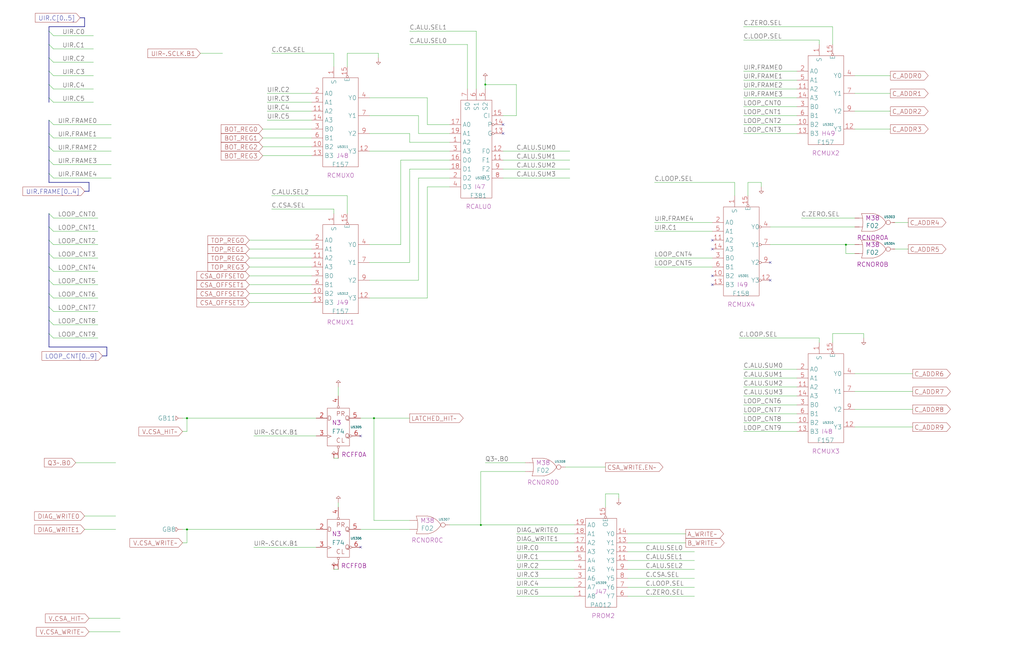
<source format=kicad_sch>
(kicad_sch (version 20211123) (generator eeschema)
  (paper "User" 584.2 378.46)
  (title_block (title "REGISTER FILE CONTROL\\nC ADDRESS GENERATION") (date "22-MAR-90") (rev "1.0") (comment 1 "VALUE") (comment 2 "232-003063") (comment 3 "S400") (comment 4 "RELEASED"))
  (lib_symbols
    (symbol "r1000:F02" (pin_numbers hide) (pin_names hide)
      (property "Reference" "U" (at 12.16 0.635 0))
      (property "Value" "F02" (at -1.27 -4.445 0))
      (property "Location" "___" (at 2.54 0 0))
      (property "Name" "______" (at 2.54 -12.7 0))
      (symbol "F02_0_1"
        (arc (start -3.81 -7.62) (mid -2.9847 -2.54) (end -3.81 2.54) (stroke (width 0.1524)))
        (polyline (pts (xy -5.08 -5.08) (xy -3.175 -5.08)) (stroke (width 0.1524)))
        (polyline (pts (xy -5.08 0) (xy -3.175 0)) (stroke (width 0.1524)))
        (polyline (pts (xy -3.81 -7.62) (xy 2.54 -7.62)) (stroke (width 0.1524)))
        (polyline (pts (xy -3.81 2.54) (xy 2.54 2.54)) (stroke (width 0.1524)))
        (polyline (pts (xy 13.97 -2.54) (xy 12.7 -2.54)) (stroke (width 0.1524)))
        (arc (start 2.54 -7.62) (mid 6.9515 -5.9823) (end 10.16 -2.54) (stroke (width 0.1524)))
        (arc (start 10.16 -2.54) (mid 6.9478 0.8966) (end 2.54 2.54) (stroke (width 0.1524)))
        (circle (center 11.43 -2.54) (radius 1.27) (stroke (width 0.1524)))
      )
      (symbol "F02_0_2"
        (circle (center -3.81 -5.08) (radius 1.27) (stroke (width 0.1524)))
        (circle (center -3.81 0) (radius 1.27) (stroke (width 0.1524)))
        (polyline (pts (xy -2.54 -7.62) (xy 5.08 -7.62)) (stroke (width 0.1524)))
        (polyline (pts (xy -2.54 2.54) (xy -2.54 -7.62)) (stroke (width 0.1524)))
        (polyline (pts (xy -2.54 2.54) (xy 5.08 2.54)) (stroke (width 0.1524)))
        (polyline (pts (xy 11.43 -2.54) (xy 10.16 -2.54)) (stroke (width 0.1524)))
        (polyline (pts (xy 11.43 -2.54) (xy 12.7 -2.54)) (stroke (width 0.1524)))
        (arc (start 5.08 -7.62) (mid 10.1282 -2.54) (end 5.08 2.54) (stroke (width 0.1524)))
      )
      (symbol "F02_1_1"
        (pin input line (at -7.62 0 0) (length 2.54) (name "D0") (number "1"))
        (pin input line (at -7.62 -5.08 0) (length 2.54) (name "D1") (number "2"))
        (pin output line (at 15.24 -2.54 180) (length 1.27) (name "Q") (number "3"))
      )
      (symbol "F02_1_2"
        (pin input line (at -7.62 0 0) (length 2.54) (name "D0") (number "1"))
        (pin input line (at -7.62 -5.08 0) (length 2.54) (name "D1") (number "2"))
        (pin output line (at 15.24 -2.54 180) (length 2.54) (name "Q") (number "3"))
      )
    )
    (symbol "r1000:F157" (pin_names (offset 1.016))
      (property "Reference" "U" (at 2.54 5.08 0))
      (property "Value" "F157" (at -3.81 -5.08 0))
      (property "Location" "___" (at -1.27 0 0))
      (property "Name" "______" (at 1.27 -12.7 0))
      (symbol "F157_1_1"
        (rectangle (start -8.89 44.45) (end 11.43 -6.35))
        (circle (center 5.08 45.085) (radius 0.635))
        (pin input line (at -2.54 50.8 270) (length 6.35) (name "S") (number "1"))
        (pin input line (at -15.24 5.08 0) (length 6.35) (name "B2") (number "10"))
        (pin input line (at -15.24 25.4 0) (length 6.35) (name "A2") (number "11"))
        (pin output line (at 17.78 2.54 180) (length 6.35) (name "Y3") (number "12"))
        (pin input line (at -15.24 0 0) (length 6.35) (name "B3") (number "13"))
        (pin input line (at -15.24 20.32 0) (length 6.35) (name "A3") (number "14"))
        (pin input line (at 5.08 50.8 270) (length 5.08) (name "E") (number "15"))
        (pin input line (at -15.24 35.56 0) (length 6.35) (name "A0") (number "2"))
        (pin input line (at -15.24 15.24 0) (length 6.35) (name "B0") (number "3"))
        (pin output line (at 17.78 33.02 180) (length 6.35) (name "Y0") (number "4"))
        (pin input line (at -15.24 30.48 0) (length 6.35) (name "A1") (number "5"))
        (pin input line (at -15.24 10.16 0) (length 6.35) (name "B1") (number "6"))
        (pin output line (at 17.78 22.86 180) (length 6.35) (name "Y1") (number "7"))
        (pin output line (at 17.78 12.7 180) (length 6.35) (name "Y2") (number "9"))
      )
    )
    (symbol "r1000:F158" (pin_names (offset 1.016))
      (property "Reference" "U" (at 2.54 5.08 0))
      (property "Value" "F158" (at -3.81 -5.08 0))
      (property "Location" "___" (at -1.27 0 0))
      (property "Name" "______" (at 1.27 -12.7 0))
      (symbol "F158_1_1"
        (rectangle (start -8.89 44.45) (end 11.43 -6.35))
        (circle (center 5.08 45.085) (radius 0.635))
        (circle (center 12.065 2.54) (radius 0.635))
        (circle (center 12.065 12.7) (radius 0.635))
        (circle (center 12.065 22.86) (radius 0.635))
        (circle (center 12.065 33.02) (radius 0.635))
        (pin input line (at -2.54 50.8 270) (length 6.35) (name "S") (number "1"))
        (pin input line (at -15.24 5.08 0) (length 6.35) (name "B2") (number "10"))
        (pin input line (at -15.24 25.4 0) (length 6.35) (name "A2") (number "11"))
        (pin output line (at 17.78 2.54 180) (length 5.08) (name "Y3") (number "12"))
        (pin input line (at -15.24 0 0) (length 6.35) (name "B3") (number "13"))
        (pin input line (at -15.24 20.32 0) (length 6.35) (name "A3") (number "14"))
        (pin input line (at 5.08 50.8 270) (length 5.08) (name "E") (number "15"))
        (pin input line (at -15.24 35.56 0) (length 6.35) (name "A0") (number "2"))
        (pin input line (at -15.24 15.24 0) (length 6.35) (name "B0") (number "3"))
        (pin output line (at 17.78 33.02 180) (length 5.08) (name "Y0") (number "4"))
        (pin input line (at -15.24 30.48 0) (length 6.35) (name "A1") (number "5"))
        (pin input line (at -15.24 10.16 0) (length 6.35) (name "B1") (number "6"))
        (pin output line (at 17.78 22.86 180) (length 5.08) (name "Y1") (number "7"))
        (pin output line (at 17.78 12.7 180) (length 5.08) (name "Y2") (number "9"))
      )
    )
    (symbol "r1000:F381" (pin_names (offset 1.016))
      (property "Reference" "U" (at 2.54 5.08 0))
      (property "Value" "F381" (at -3.81 -5.08 0))
      (property "Location" "___" (at -1.27 0 0))
      (property "Name" "______" (at 1.27 -12.7 0))
      (symbol "F381_1_1"
        (rectangle (start -8.89 49.53) (end 8.89 -6.35))
        (circle (center 9.525 30.48) (radius 0.635))
        (circle (center 9.525 35.56) (radius 0.635))
        (pin input line (at -15.24 25.4 0) (length 6.35) (name "A2") (number "1"))
        (pin output line (at 15.24 15.24 180) (length 6.35) (name "F1") (number "11"))
        (pin output line (at 15.24 20.32 180) (length 6.35) (name "F0") (number "12"))
        (pin output line (at 15.24 30.48 180) (length 5.08) (name "G") (number "13"))
        (pin output line (at 15.24 35.56 180) (length 5.08) (name "P") (number "14"))
        (pin input line (at 15.24 40.64 180) (length 6.35) (name "CI") (number "15"))
        (pin input line (at -15.24 15.24 0) (length 6.35) (name "D0") (number "16"))
        (pin input line (at -15.24 35.56 0) (length 6.35) (name "A0") (number "17"))
        (pin input line (at -15.24 10.16 0) (length 6.35) (name "D1") (number "18"))
        (pin input line (at -15.24 30.48 0) (length 6.35) (name "A1") (number "19"))
        (pin input line (at -15.24 5.08 0) (length 6.35) (name "D2") (number "2"))
        (pin input line (at -15.24 20.32 0) (length 6.35) (name "A3") (number "3"))
        (pin input line (at -15.24 0 0) (length 6.35) (name "D3") (number "4"))
        (pin input line (at 5.08 55.88 270) (length 6.35) (name "S2") (number "5"))
        (pin input line (at 0 55.88 270) (length 6.35) (name "S1") (number "6"))
        (pin input line (at -5.08 55.88 270) (length 6.35) (name "S0") (number "7"))
        (pin output line (at 15.24 5.08 180) (length 6.35) (name "F3") (number "8"))
        (pin output line (at 15.24 10.16 180) (length 6.35) (name "F2") (number "9"))
      )
    )
    (symbol "r1000:F74" (pin_names (offset 1.016) hide)
      (property "Reference" "U" (at 12.7 -2.54 0))
      (property "Value" "F74" (at -1.27 -5.08 0))
      (property "Location" "___" (at -1.27 0 0))
      (property "Name" "______" (at 11.43 -19.685 0))
      (symbol "F74_0_1"
        (rectangle (start -3.81 8.255) (end 8.89 -13.335) (stroke (width 0.1524)))
        (polyline (pts (xy 2.54 -15.24) (xy 2.54 -14.605)) (stroke (width 0.1524)))
        (polyline (pts (xy 2.54 10.16) (xy 2.54 9.525)) (stroke (width 0.1524)))
      )
      (symbol "F74_1_1"
        (circle (center 2.54 -13.97) (radius 0.635))
        (circle (center 2.54 8.89) (radius 0.635))
        (circle (center 9.525 -7.62) (radius 0.635))
        (text ">" (at -2.54 -7.62 0) (effects (font (size 2.54 2.54))))
        (text "C" (at 2.54 -10.16 0) (effects (font (size 2.54 2.54))))
        (text "D" (at -2.54 2.54 0) (effects (font (size 2.54 2.54))))
        (text "L" (at 5.08 -10.16 0) (effects (font (size 2.54 2.54))))
        (text "P" (at 2.54 5.08 0) (effects (font (size 2.54 2.54))))
        (text "Q" (at 7.62 -7.62 0) (effects (font (size 2.54 2.54))))
        (text "Q" (at 7.62 2.54 0) (effects (font (size 2.54 2.54))))
        (text "R" (at 5.08 5.08 0) (effects (font (size 2.54 2.54))))
        (pin input line (at 2.54 -20.32 90) (length 5.08) (name "CL_") (number "1"))
        (pin input line (at -10.16 2.54 0) (length 6.35) (name "D") (number "2"))
        (pin input line (at -10.16 -7.62 0) (length 6.35) (name "CLK") (number "3"))
        (pin input line (at 2.54 15.24 270) (length 5.08) (name "PR_") (number "4"))
        (pin output line (at 15.24 2.54 180) (length 6.35) (name "Q") (number "5"))
        (pin output line (at 15.24 -7.62 180) (length 5.08) (name "Q_") (number "6"))
      )
    )
    (symbol "r1000:GB" (pin_numbers hide) (pin_names (offset 0) hide)
      (property "Reference" "GB" (at 3.81 0 0))
      (symbol "GB_0_1"
        (polyline (pts (xy 2.54 0) (xy 3.81 1.27) (xy 3.81 -1.27) (xy 2.54 0)) (stroke (width 0.1524)))
      )
      (symbol "GB_1_1"
        (pin bidirectional line (at 0 0 0) (length 2.54) (name "") (number "1"))
      )
    )
    (symbol "r1000:PAxxx" (pin_names (offset 1.016))
      (property "Reference" "U" (at 2.54 5.08 0))
      (property "Value" "PAxxx" (at -3.81 -7.62 0))
      (property "Location" "___" (at -1.27 0 0))
      (property "Name" "______" (at 3.81 -15.24 0))
      (symbol "PAxxx_1_1"
        (rectangle (start -6.35 41.91) (end 11.43 -8.89))
        (circle (center 5.08 42.545) (radius 0.635))
        (pin input line (at -12.7 -2.54 0) (length 6.35) (name "A8") (number "1"))
        (pin tri_state line (at 17.78 17.78 180) (length 6.35) (name "Y3") (number "11"))
        (pin tri_state line (at 17.78 22.86 180) (length 6.35) (name "Y2") (number "12"))
        (pin tri_state line (at 17.78 27.94 180) (length 6.35) (name "Y1") (number "13"))
        (pin tri_state line (at 17.78 33.02 180) (length 6.35) (name "Y0") (number "14"))
        (pin input line (at 5.08 48.26 270) (length 5.08) (name "OE") (number "15"))
        (pin input line (at -12.7 22.86 0) (length 6.35) (name "A3") (number "16"))
        (pin input line (at -12.7 27.94 0) (length 6.35) (name "A2") (number "17"))
        (pin input line (at -12.7 33.02 0) (length 6.35) (name "A1") (number "18"))
        (pin input line (at -12.7 38.1 0) (length 6.35) (name "A0") (number "19"))
        (pin input line (at -12.7 2.54 0) (length 6.35) (name "A7") (number "2"))
        (pin input line (at -12.7 7.62 0) (length 6.35) (name "A6") (number "3"))
        (pin input line (at -12.7 12.7 0) (length 6.35) (name "A5") (number "4"))
        (pin input line (at -12.7 17.78 0) (length 6.35) (name "A4") (number "5"))
        (pin tri_state line (at 17.78 -2.54 180) (length 6.35) (name "Y7") (number "6"))
        (pin tri_state line (at 17.78 2.54 180) (length 6.35) (name "Y6") (number "7"))
        (pin tri_state line (at 17.78 7.62 180) (length 6.35) (name "Y5") (number "8"))
        (pin tri_state line (at 17.78 12.7 180) (length 6.35) (name "Y4") (number "9"))
      )
    )
    (symbol "r1000:PD" (power) (pin_numbers hide) (pin_names hide) (in_bom no)
      (symbol "PD_0_1"
        (polyline (pts (xy 0 -2.54) (xy 1.27 -2.54) (xy 0 -3.81) (xy -1.27 -2.54) (xy 0 -2.54)) (stroke (width 0.1524)))
      )
      (symbol "PD_1_1"
        (pin power_in line (at 0 0 270) (length 2.54) (name "PD") (number "1"))
      )
    )
    (symbol "r1000:PU" (power) (pin_numbers hide) (pin_names hide)
      (symbol "PU_0_1"
        (polyline (pts (xy 0 2.54) (xy -1.27 2.54) (xy 0 3.81) (xy 1.27 2.54) (xy 0 2.54)) (stroke (width 0.1524)))
      )
      (symbol "PU_1_1"
        (pin power_in line (at 0 0 90) (length 2.54) (name "PU") (number "1"))
      )
    )
  )
  (bus (pts (xy 27.94 121.92) (xy 27.94 129.54)))
  (bus (pts (xy 27.94 129.54) (xy 27.94 137.16)))
  (bus (pts (xy 27.94 137.16) (xy 27.94 144.78)))
  (bus (pts (xy 27.94 144.78) (xy 27.94 152.4)))
  (bus (pts (xy 27.94 15.24) (xy 27.94 17.78)))
  (bus (pts (xy 27.94 152.4) (xy 27.94 160.02)))
  (bus (pts (xy 27.94 160.02) (xy 27.94 167.64)))
  (bus (pts (xy 27.94 167.64) (xy 27.94 175.26)))
  (bus (pts (xy 27.94 17.78) (xy 27.94 25.4)))
  (bus (pts (xy 27.94 175.26) (xy 27.94 182.88)))
  (bus (pts (xy 27.94 182.88) (xy 27.94 190.5)))
  (bus (pts (xy 27.94 190.5) (xy 27.94 198.12)))
  (bus (pts (xy 27.94 25.4) (xy 27.94 33.02)))
  (bus (pts (xy 27.94 33.02) (xy 27.94 40.64)))
  (bus (pts (xy 27.94 40.64) (xy 27.94 48.26)))
  (bus (pts (xy 27.94 48.26) (xy 27.94 55.88)))
  (bus (pts (xy 27.94 55.88) (xy 27.94 58.42)))
  (bus (pts (xy 27.94 68.58) (xy 27.94 76.2)))
  (bus (pts (xy 27.94 76.2) (xy 27.94 83.82)))
  (bus (pts (xy 27.94 83.82) (xy 27.94 91.44)))
  (bus (pts (xy 27.94 91.44) (xy 27.94 99.06)))
  (bus (pts (xy 27.94 99.06) (xy 27.94 104.14)))
  (bus (pts (xy 45.72 10.16) (xy 48.26 10.16)))
  (bus (pts (xy 48.26 10.16) (xy 48.26 15.24)))
  (bus (pts (xy 48.26 109.22) (xy 50.8 109.22)))
  (bus (pts (xy 48.26 15.24) (xy 27.94 15.24)))
  (bus (pts (xy 50.8 104.14) (xy 27.94 104.14)))
  (bus (pts (xy 50.8 109.22) (xy 50.8 104.14)))
  (bus (pts (xy 58.42 203.2) (xy 60.96 203.2)))
  (bus (pts (xy 60.96 198.12) (xy 27.94 198.12)))
  (bus (pts (xy 60.96 203.2) (xy 60.96 198.12)))
  (wire (pts (xy 104.14 246.38) (xy 106.68 246.38)))
  (wire (pts (xy 104.14 309.88) (xy 106.68 309.88)))
  (wire (pts (xy 106.68 238.76) (xy 104.14 238.76)))
  (wire (pts (xy 106.68 238.76) (xy 180.34 238.76)))
  (wire (pts (xy 106.68 246.38) (xy 106.68 238.76)))
  (wire (pts (xy 106.68 302.26) (xy 104.14 302.26)))
  (wire (pts (xy 106.68 302.26) (xy 180.34 302.26)))
  (wire (pts (xy 106.68 309.88) (xy 106.68 302.26)))
  (wire (pts (xy 114.3 30.48) (xy 127 30.48)))
  (wire (pts (xy 142.24 137.16) (xy 177.8 137.16)))
  (wire (pts (xy 142.24 142.24) (xy 177.8 142.24)))
  (wire (pts (xy 142.24 147.32) (xy 177.8 147.32)))
  (wire (pts (xy 142.24 152.4) (xy 177.8 152.4)))
  (wire (pts (xy 142.24 157.48) (xy 177.8 157.48)))
  (wire (pts (xy 142.24 162.56) (xy 177.8 162.56)))
  (wire (pts (xy 142.24 167.64) (xy 177.8 167.64)))
  (wire (pts (xy 142.24 172.72) (xy 177.8 172.72)))
  (wire (pts (xy 144.78 248.92) (xy 180.34 248.92)))
  (wire (pts (xy 144.78 312.42) (xy 180.34 312.42)))
  (wire (pts (xy 149.86 73.66) (xy 177.8 73.66)))
  (wire (pts (xy 149.86 78.74) (xy 177.8 78.74)))
  (wire (pts (xy 149.86 83.82) (xy 177.8 83.82)))
  (wire (pts (xy 149.86 88.9) (xy 177.8 88.9)))
  (wire (pts (xy 152.4 53.34) (xy 177.8 53.34)))
  (wire (pts (xy 152.4 58.42) (xy 177.8 58.42)))
  (wire (pts (xy 152.4 63.5) (xy 177.8 63.5)))
  (wire (pts (xy 152.4 68.58) (xy 177.8 68.58)))
  (wire (pts (xy 154.94 111.76) (xy 198.12 111.76)))
  (wire (pts (xy 154.94 119.38) (xy 190.5 119.38)))
  (wire (pts (xy 154.94 30.48) (xy 190.5 30.48)))
  (wire (pts (xy 190.5 119.38) (xy 190.5 121.92)))
  (wire (pts (xy 190.5 261.62) (xy 193.04 261.62)))
  (wire (pts (xy 190.5 30.48) (xy 190.5 38.1)))
  (wire (pts (xy 190.5 325.12) (xy 193.04 325.12)))
  (wire (pts (xy 193.04 220.98) (xy 193.04 226.06)))
  (wire (pts (xy 193.04 287.02) (xy 193.04 289.56)))
  (wire (pts (xy 198.12 111.76) (xy 198.12 121.92)))
  (wire (pts (xy 198.12 30.48) (xy 198.12 38.1)))
  (wire (pts (xy 205.74 238.76) (xy 213.36 238.76)))
  (wire (pts (xy 205.74 302.26) (xy 233.68 302.26)))
  (wire (pts (xy 210.82 139.7) (xy 228.6 139.7)))
  (wire (pts (xy 210.82 160.02) (xy 238.76 160.02)))
  (wire (pts (xy 210.82 55.88) (xy 243.84 55.88)))
  (wire (pts (xy 210.82 66.04) (xy 238.76 66.04)))
  (wire (pts (xy 210.82 76.2) (xy 233.68 76.2)))
  (wire (pts (xy 210.82 86.36) (xy 256.54 86.36)))
  (wire (pts (xy 213.36 238.76) (xy 233.68 238.76)))
  (wire (pts (xy 213.36 297.18) (xy 213.36 238.76)))
  (wire (pts (xy 215.9 30.48) (xy 198.12 30.48)))
  (wire (pts (xy 215.9 33.02) (xy 215.9 30.48)))
  (wire (pts (xy 228.6 139.7) (xy 228.6 91.44)))
  (wire (pts (xy 228.6 91.44) (xy 256.54 91.44)))
  (wire (pts (xy 233.68 149.86) (xy 210.82 149.86)))
  (wire (pts (xy 233.68 17.78) (xy 271.78 17.78)))
  (wire (pts (xy 233.68 25.4) (xy 266.7 25.4)))
  (wire (pts (xy 233.68 297.18) (xy 213.36 297.18)))
  (wire (pts (xy 233.68 76.2) (xy 233.68 81.28)))
  (wire (pts (xy 233.68 81.28) (xy 256.54 81.28)))
  (wire (pts (xy 233.68 96.52) (xy 233.68 149.86)))
  (wire (pts (xy 238.76 101.6) (xy 256.54 101.6)))
  (wire (pts (xy 238.76 160.02) (xy 238.76 101.6)))
  (wire (pts (xy 238.76 66.04) (xy 238.76 76.2)))
  (wire (pts (xy 238.76 76.2) (xy 256.54 76.2)))
  (wire (pts (xy 243.84 106.68) (xy 243.84 170.18)))
  (wire (pts (xy 243.84 170.18) (xy 210.82 170.18)))
  (wire (pts (xy 243.84 55.88) (xy 243.84 71.12)))
  (wire (pts (xy 243.84 71.12) (xy 256.54 71.12)))
  (wire (pts (xy 256.54 106.68) (xy 243.84 106.68)))
  (wire (pts (xy 256.54 96.52) (xy 233.68 96.52)))
  (wire (pts (xy 266.7 25.4) (xy 266.7 50.8)))
  (wire (pts (xy 271.78 17.78) (xy 271.78 50.8)))
  (wire (pts (xy 274.32 269.24) (xy 274.32 299.72)))
  (wire (pts (xy 274.32 299.72) (xy 256.54 299.72)))
  (wire (pts (xy 274.32 299.72) (xy 327.66 299.72)))
  (wire (pts (xy 276.86 264.16) (xy 299.72 264.16)))
  (wire (pts (xy 276.86 45.72) (xy 276.86 48.26)))
  (wire (pts (xy 276.86 48.26) (xy 276.86 50.8)))
  (wire (pts (xy 276.86 48.26) (xy 294.64 48.26)))
  (wire (pts (xy 287.02 101.6) (xy 325.12 101.6)))
  (wire (pts (xy 287.02 86.36) (xy 325.12 86.36)))
  (wire (pts (xy 287.02 91.44) (xy 325.12 91.44)))
  (wire (pts (xy 287.02 96.52) (xy 325.12 96.52)))
  (wire (pts (xy 294.64 304.8) (xy 327.66 304.8)))
  (wire (pts (xy 294.64 309.88) (xy 327.66 309.88)))
  (wire (pts (xy 294.64 314.96) (xy 327.66 314.96)))
  (wire (pts (xy 294.64 320.04) (xy 327.66 320.04)))
  (wire (pts (xy 294.64 325.12) (xy 327.66 325.12)))
  (wire (pts (xy 294.64 330.2) (xy 327.66 330.2)))
  (wire (pts (xy 294.64 335.28) (xy 327.66 335.28)))
  (wire (pts (xy 294.64 340.36) (xy 327.66 340.36)))
  (wire (pts (xy 294.64 48.26) (xy 294.64 66.04)))
  (wire (pts (xy 294.64 66.04) (xy 287.02 66.04)))
  (wire (pts (xy 299.72 269.24) (xy 274.32 269.24)))
  (wire (pts (xy 30.48 101.6) (xy 63.5 101.6)))
  (wire (pts (xy 30.48 124.46) (xy 55.88 124.46)))
  (wire (pts (xy 30.48 132.08) (xy 55.88 132.08)))
  (wire (pts (xy 30.48 139.7) (xy 55.88 139.7)))
  (wire (pts (xy 30.48 147.32) (xy 55.88 147.32)))
  (wire (pts (xy 30.48 154.94) (xy 55.88 154.94)))
  (wire (pts (xy 30.48 162.56) (xy 55.88 162.56)))
  (wire (pts (xy 30.48 170.18) (xy 55.88 170.18)))
  (wire (pts (xy 30.48 177.8) (xy 55.88 177.8)))
  (wire (pts (xy 30.48 185.42) (xy 55.88 185.42)))
  (wire (pts (xy 30.48 193.04) (xy 55.88 193.04)))
  (wire (pts (xy 30.48 20.32) (xy 53.34 20.32)))
  (wire (pts (xy 30.48 27.94) (xy 53.34 27.94)))
  (wire (pts (xy 30.48 35.56) (xy 53.34 35.56)))
  (wire (pts (xy 30.48 43.18) (xy 53.34 43.18)))
  (wire (pts (xy 30.48 50.8) (xy 53.34 50.8)))
  (wire (pts (xy 30.48 58.42) (xy 53.34 58.42)))
  (wire (pts (xy 30.48 71.12) (xy 63.5 71.12)))
  (wire (pts (xy 30.48 78.74) (xy 63.5 78.74)))
  (wire (pts (xy 30.48 86.36) (xy 63.5 86.36)))
  (wire (pts (xy 30.48 93.98) (xy 63.5 93.98)))
  (wire (pts (xy 322.58 266.7) (xy 345.44 266.7)))
  (wire (pts (xy 345.44 281.94) (xy 345.44 289.56)))
  (wire (pts (xy 353.06 281.94) (xy 345.44 281.94)))
  (wire (pts (xy 353.06 284.48) (xy 353.06 281.94)))
  (wire (pts (xy 358.14 304.8) (xy 391.16 304.8)))
  (wire (pts (xy 358.14 309.88) (xy 391.16 309.88)))
  (wire (pts (xy 358.14 314.96) (xy 396.24 314.96)))
  (wire (pts (xy 358.14 320.04) (xy 396.24 320.04)))
  (wire (pts (xy 358.14 325.12) (xy 396.24 325.12)))
  (wire (pts (xy 358.14 330.2) (xy 396.24 330.2)))
  (wire (pts (xy 358.14 335.28) (xy 396.24 335.28)))
  (wire (pts (xy 358.14 340.36) (xy 396.24 340.36)))
  (wire (pts (xy 373.38 104.14) (xy 419.1 104.14)))
  (wire (pts (xy 373.38 127) (xy 406.4 127)))
  (wire (pts (xy 373.38 132.08) (xy 406.4 132.08)))
  (wire (pts (xy 373.38 147.32) (xy 406.4 147.32)))
  (wire (pts (xy 373.38 152.4) (xy 406.4 152.4)))
  (wire (pts (xy 419.1 104.14) (xy 419.1 111.76)))
  (wire (pts (xy 421.64 193.04) (xy 467.36 193.04)))
  (wire (pts (xy 424.18 15.24) (xy 474.98 15.24)))
  (wire (pts (xy 424.18 210.82) (xy 454.66 210.82)))
  (wire (pts (xy 424.18 215.9) (xy 454.66 215.9)))
  (wire (pts (xy 424.18 22.86) (xy 467.36 22.86)))
  (wire (pts (xy 424.18 220.98) (xy 454.66 220.98)))
  (wire (pts (xy 424.18 226.06) (xy 454.66 226.06)))
  (wire (pts (xy 424.18 231.14) (xy 454.66 231.14)))
  (wire (pts (xy 424.18 236.22) (xy 454.66 236.22)))
  (wire (pts (xy 424.18 241.3) (xy 454.66 241.3)))
  (wire (pts (xy 424.18 246.38) (xy 454.66 246.38)))
  (wire (pts (xy 424.18 40.64) (xy 454.66 40.64)))
  (wire (pts (xy 424.18 45.72) (xy 454.66 45.72)))
  (wire (pts (xy 424.18 50.8) (xy 454.66 50.8)))
  (wire (pts (xy 424.18 55.88) (xy 454.66 55.88)))
  (wire (pts (xy 424.18 60.96) (xy 454.66 60.96)))
  (wire (pts (xy 424.18 66.04) (xy 454.66 66.04)))
  (wire (pts (xy 424.18 71.12) (xy 454.66 71.12)))
  (wire (pts (xy 424.18 76.2) (xy 454.66 76.2)))
  (wire (pts (xy 426.72 104.14) (xy 426.72 111.76)))
  (wire (pts (xy 43.18 264.16) (xy 66.04 264.16)))
  (wire (pts (xy 434.34 104.14) (xy 426.72 104.14)))
  (wire (pts (xy 434.34 106.68) (xy 434.34 104.14)))
  (wire (pts (xy 439.42 129.54) (xy 487.68 129.54)))
  (wire (pts (xy 439.42 139.7) (xy 482.6 139.7)))
  (wire (pts (xy 457.2 124.46) (xy 487.68 124.46)))
  (wire (pts (xy 467.36 193.04) (xy 467.36 195.58)))
  (wire (pts (xy 467.36 22.86) (xy 467.36 25.4)))
  (wire (pts (xy 474.98 15.24) (xy 474.98 25.4)))
  (wire (pts (xy 474.98 190.5) (xy 474.98 195.58)))
  (wire (pts (xy 48.26 294.64) (xy 66.04 294.64)))
  (wire (pts (xy 48.26 302.26) (xy 66.04 302.26)))
  (wire (pts (xy 482.6 139.7) (xy 487.68 139.7)))
  (wire (pts (xy 482.6 144.78) (xy 482.6 139.7)))
  (wire (pts (xy 487.68 144.78) (xy 482.6 144.78)))
  (wire (pts (xy 487.68 213.36) (xy 520.7 213.36)))
  (wire (pts (xy 487.68 223.52) (xy 520.7 223.52)))
  (wire (pts (xy 487.68 233.68) (xy 520.7 233.68)))
  (wire (pts (xy 487.68 243.84) (xy 520.7 243.84)))
  (wire (pts (xy 487.68 43.18) (xy 508 43.18)))
  (wire (pts (xy 487.68 53.34) (xy 508 53.34)))
  (wire (pts (xy 487.68 63.5) (xy 508 63.5)))
  (wire (pts (xy 487.68 73.66) (xy 508 73.66)))
  (wire (pts (xy 492.76 190.5) (xy 474.98 190.5)))
  (wire (pts (xy 492.76 193.04) (xy 492.76 190.5)))
  (wire (pts (xy 50.8 353.06) (xy 68.58 353.06)))
  (wire (pts (xy 50.8 360.68) (xy 68.58 360.68)))
  (wire (pts (xy 510.54 127) (xy 518.16 127)))
  (wire (pts (xy 510.54 142.24) (xy 518.16 142.24)))
  (bus_entry (at 27.94 17.78) (size 2.54 2.54))
  (bus_entry (at 27.94 25.4) (size 2.54 2.54))
  (bus_entry (at 27.94 33.02) (size 2.54 2.54))
  (bus_entry (at 27.94 40.64) (size 2.54 2.54))
  (bus_entry (at 27.94 48.26) (size 2.54 2.54))
  (bus_entry (at 27.94 55.88) (size 2.54 2.54))
  (bus_entry (at 27.94 68.58) (size 2.54 2.54))
  (bus_entry (at 27.94 76.2) (size 2.54 2.54))
  (bus_entry (at 27.94 83.82) (size 2.54 2.54))
  (bus_entry (at 27.94 91.44) (size 2.54 2.54))
  (bus_entry (at 27.94 99.06) (size 2.54 2.54))
  (bus_entry (at 27.94 121.92) (size 2.54 2.54))
  (bus_entry (at 27.94 129.54) (size 2.54 2.54))
  (bus_entry (at 27.94 137.16) (size 2.54 2.54))
  (bus_entry (at 27.94 144.78) (size 2.54 2.54))
  (bus_entry (at 27.94 152.4) (size 2.54 2.54))
  (bus_entry (at 27.94 160.02) (size 2.54 2.54))
  (bus_entry (at 27.94 167.64) (size 2.54 2.54))
  (bus_entry (at 27.94 175.26) (size 2.54 2.54))
  (bus_entry (at 27.94 182.88) (size 2.54 2.54))
  (bus_entry (at 27.94 190.5) (size 2.54 2.54))
  (label "UIR.FRAME0" (at 33.02 71.12 0) (effects (font (size 2.54 2.54))))
  (label "UIR.FRAME1" (at 33.02 78.74 0) (effects (font (size 2.54 2.54))))
  (label "UIR.FRAME2" (at 33.02 86.36 0) (effects (font (size 2.54 2.54))))
  (label "UIR.FRAME3" (at 33.02 93.98 0) (effects (font (size 2.54 2.54))))
  (label "UIR.FRAME4" (at 33.02 101.6 0) (effects (font (size 2.54 2.54))))
  (label "LOOP_CNT0" (at 33.02 124.46 0) (effects (font (size 2.54 2.54))))
  (label "LOOP_CNT1" (at 33.02 132.08 0) (effects (font (size 2.54 2.54))))
  (label "LOOP_CNT2" (at 33.02 139.7 0) (effects (font (size 2.54 2.54))))
  (label "LOOP_CNT3" (at 33.02 147.32 0) (effects (font (size 2.54 2.54))))
  (label "LOOP_CNT4" (at 33.02 154.94 0) (effects (font (size 2.54 2.54))))
  (label "LOOP_CNT5" (at 33.02 162.56 0) (effects (font (size 2.54 2.54))))
  (label "LOOP_CNT6" (at 33.02 170.18 0) (effects (font (size 2.54 2.54))))
  (label "LOOP_CNT7" (at 33.02 177.8 0) (effects (font (size 2.54 2.54))))
  (label "LOOP_CNT8" (at 33.02 185.42 0) (effects (font (size 2.54 2.54))))
  (label "LOOP_CNT9" (at 33.02 193.04 0) (effects (font (size 2.54 2.54))))
  (label "UIR.C0" (at 35.56 20.32 0) (effects (font (size 2.54 2.54))))
  (label "UIR.C1" (at 35.56 27.94 0) (effects (font (size 2.54 2.54))))
  (label "UIR.C2" (at 35.56 35.56 0) (effects (font (size 2.54 2.54))))
  (label "UIR.C3" (at 35.56 43.18 0) (effects (font (size 2.54 2.54))))
  (label "UIR.C4" (at 35.56 50.8 0) (effects (font (size 2.54 2.54))))
  (label "UIR.C5" (at 35.56 58.42 0) (effects (font (size 2.54 2.54))))
  (global_label "Q3~.B0" (shape input) (at 43.18 264.16 180) (effects (font (size 2.54 2.54))) (property "Intersheet References" "${INTERSHEET_REFS}" (at 25.2911 264.0013 0) (effects (font (size 2.54 2.54)) (justify right))))
  (global_label "UIR.C[0..5]" (shape input) (at 45.72 10.16 180) (effects (font (size 2.54 2.54))) (property "Intersheet References" "${INTERSHEET_REFS}" (at 20.0902 10.0013 0) (effects (font (size 2.54 2.54)) (justify right))))
  (global_label "UIR.FRAME[0..4]" (shape input) (at 48.26 109.22 180) (effects (font (size 2.54 2.54))) (property "Intersheet References" "${INTERSHEET_REFS}" (at 13.075 109.0613 0) (effects (font (size 2.54 2.54)) (justify right))))
  (global_label "DIAG_WRITE0" (shape input) (at 48.26 294.64 180) (effects (font (size 2.54 2.54))) (property "Intersheet References" "${INTERSHEET_REFS}" (at 19.7273 294.4813 0) (effects (font (size 2.54 2.54)) (justify right))))
  (global_label "DIAG_WRITE1" (shape input) (at 48.26 302.26 180) (effects (font (size 2.54 2.54))) (property "Intersheet References" "${INTERSHEET_REFS}" (at 19.7273 302.1013 0) (effects (font (size 2.54 2.54)) (justify right))))
  (global_label "V.CSA_HIT~" (shape input) (at 50.8 353.06 180) (effects (font (size 2.54 2.54))) (property "Intersheet References" "${INTERSHEET_REFS}" (at 25.8959 352.9013 0) (effects (font (size 2.54 2.54)) (justify right))))
  (global_label "V.CSA_WRITE~" (shape input) (at 50.8 360.68 180) (effects (font (size 2.54 2.54))) (property "Intersheet References" "${INTERSHEET_REFS}" (at 20.8159 360.5213 0) (effects (font (size 2.54 2.54)) (justify right))))
  (global_label "LOOP_CNT[0..9]" (shape input) (at 58.42 203.2 180) (effects (font (size 2.54 2.54))) (property "Intersheet References" "${INTERSHEET_REFS}" (at 23.9607 203.0413 0) (effects (font (size 2.54 2.54)) (justify right))))
  (symbol (lib_id "r1000:GB") (at 104.14 238.76 0) (mirror y) (unit 1)
    (property "Reference" "GB11" (at 100.33 238.76 0) (effects (font (size 2.54 2.54)) (justify left)))
    (property "Value" "GB" (effects hide))
  )
  (global_label "V.CSA_HIT~" (shape input) (at 104.14 246.38 180) (effects (font (size 2.54 2.54))) (property "Intersheet References" "${INTERSHEET_REFS}" (at 79.2359 246.2213 0) (effects (font (size 2.54 2.54)) (justify right))))
  (symbol (lib_id "r1000:GB") (at 104.14 302.26 0) (mirror y) (unit 1)
    (property "Reference" "GB8" (at 100.33 302.26 0) (effects (font (size 2.54 2.54)) (justify left)))
    (property "Value" "GB" (effects hide))
  )
  (global_label "V.CSA_WRITE~" (shape input) (at 104.14 309.88 180) (effects (font (size 2.54 2.54))) (property "Intersheet References" "${INTERSHEET_REFS}" (at 74.1559 309.7213 0) (effects (font (size 2.54 2.54)) (justify right))))
  (junction (at 106.68 238.76))
  (junction (at 106.68 302.26))
  (global_label "UIR~.SCLK.B1" (shape input) (at 114.3 30.48 180) (effects (font (size 2.54 2.54))) (property "Intersheet References" "${INTERSHEET_REFS}" (at 84.3159 30.3213 0) (effects (font (size 2.54 2.54)) (justify right))))
  (global_label "TOP_REG0" (shape input) (at 142.24 137.16 180) (effects (font (size 2.54 2.54))) (property "Intersheet References" "${INTERSHEET_REFS}" (at 118.5454 137.0013 0) (effects (font (size 2.54 2.54)) (justify right))))
  (global_label "TOP_REG1" (shape input) (at 142.24 142.24 180) (effects (font (size 2.54 2.54))) (property "Intersheet References" "${INTERSHEET_REFS}" (at 118.5454 142.0813 0) (effects (font (size 2.54 2.54)) (justify right))))
  (global_label "TOP_REG2" (shape input) (at 142.24 147.32 180) (effects (font (size 2.54 2.54))) (property "Intersheet References" "${INTERSHEET_REFS}" (at 118.5454 147.1613 0) (effects (font (size 2.54 2.54)) (justify right))))
  (global_label "TOP_REG3" (shape input) (at 142.24 152.4 180) (effects (font (size 2.54 2.54))) (property "Intersheet References" "${INTERSHEET_REFS}" (at 118.5454 152.2413 0) (effects (font (size 2.54 2.54)) (justify right))))
  (global_label "CSA_OFFSET0" (shape input) (at 142.24 157.48 180) (effects (font (size 2.54 2.54))) (property "Intersheet References" "${INTERSHEET_REFS}" (at 112.2559 157.3213 0) (effects (font (size 2.54 2.54)) (justify right))))
  (global_label "CSA_OFFSET1" (shape input) (at 142.24 162.56 180) (effects (font (size 2.54 2.54))) (property "Intersheet References" "${INTERSHEET_REFS}" (at 112.2559 162.4013 0) (effects (font (size 2.54 2.54)) (justify right))))
  (global_label "CSA_OFFSET2" (shape input) (at 142.24 167.64 180) (effects (font (size 2.54 2.54))) (property "Intersheet References" "${INTERSHEET_REFS}" (at 112.2559 167.4813 0) (effects (font (size 2.54 2.54)) (justify right))))
  (global_label "CSA_OFFSET3" (shape input) (at 142.24 172.72 180) (effects (font (size 2.54 2.54))) (property "Intersheet References" "${INTERSHEET_REFS}" (at 112.2559 172.5613 0) (effects (font (size 2.54 2.54)) (justify right))))
  (label "UIR~.SCLK.B1" (at 144.78 248.92 0) (effects (font (size 2.54 2.54))))
  (label "UIR~.SCLK.B1" (at 144.78 312.42 0) (effects (font (size 2.54 2.54))))
  (global_label "BOT_REG0" (shape input) (at 149.86 73.66 180) (effects (font (size 2.54 2.54))) (property "Intersheet References" "${INTERSHEET_REFS}" (at 126.1654 73.5013 0) (effects (font (size 2.54 2.54)) (justify right))))
  (global_label "BOT_REG1" (shape input) (at 149.86 78.74 180) (effects (font (size 2.54 2.54))) (property "Intersheet References" "${INTERSHEET_REFS}" (at 126.1654 78.5813 0) (effects (font (size 2.54 2.54)) (justify right))))
  (global_label "BOT_REG2" (shape input) (at 149.86 83.82 180) (effects (font (size 2.54 2.54))) (property "Intersheet References" "${INTERSHEET_REFS}" (at 126.1654 83.6613 0) (effects (font (size 2.54 2.54)) (justify right))))
  (global_label "BOT_REG3" (shape input) (at 149.86 88.9 180) (effects (font (size 2.54 2.54))) (property "Intersheet References" "${INTERSHEET_REFS}" (at 126.1654 88.7413 0) (effects (font (size 2.54 2.54)) (justify right))))
  (label "UIR.C2" (at 152.4 53.34 0) (effects (font (size 2.54 2.54))))
  (label "UIR.C3" (at 152.4 58.42 0) (effects (font (size 2.54 2.54))))
  (label "UIR.C4" (at 152.4 63.5 0) (effects (font (size 2.54 2.54))))
  (label "UIR.C5" (at 152.4 68.58 0) (effects (font (size 2.54 2.54))))
  (label "C.CSA.SEL" (at 154.94 30.48 0) (effects (font (size 2.54 2.54))))
  (label "C.ALU.SEL2" (at 154.94 111.76 0) (effects (font (size 2.54 2.54))))
  (label "C.CSA.SEL" (at 154.94 119.38 0) (effects (font (size 2.54 2.54))))
  (symbol (lib_id "r1000:F74") (at 190.5 241.3 0) (unit 1)
    (property "Reference" "U5305" (at 203.2 243.84 0))
    (property "Value" "F74" (at 189.23 246.38 0) (effects (font (size 2.54 2.54)) (justify left)))
    (property "Location" "N3" (at 189.23 241.3 0) (effects (font (size 2.54 2.54)) (justify left)))
    (property "Name" "RCFF0A" (at 201.93 260.985 0) (effects (font (size 2.54 2.54)) (justify bottom)))
  )
  (symbol (lib_id "r1000:PU") (at 190.5 261.62 0) (unit 1)
    (property "Reference" "#PWR05302" (effects hide))
    (property "Value" "PU" (effects hide))
  )
  (symbol (lib_id "r1000:F74") (at 190.5 304.8 0) (unit 1)
    (property "Reference" "U5306" (at 203.2 307.34 0))
    (property "Value" "F74" (at 189.23 309.88 0) (effects (font (size 2.54 2.54)) (justify left)))
    (property "Location" "N3" (at 189.23 304.8 0) (effects (font (size 2.54 2.54)) (justify left)))
    (property "Name" "RCFF0B" (at 201.93 324.485 0) (effects (font (size 2.54 2.54)) (justify bottom)))
  )
  (symbol (lib_id "r1000:PU") (at 190.5 325.12 0) (unit 1)
    (property "Reference" "#PWR05303" (effects hide))
    (property "Value" "PU" (effects hide))
  )
  (symbol (lib_id "r1000:F157") (at 193.04 88.9 0) (unit 1)
    (property "Reference" "U5311" (at 195.58 83.82 0))
    (property "Value" "F157" (at 189.23 93.98 0) (effects (font (size 2.54 2.54)) (justify left)))
    (property "Location" "J48" (at 191.77 88.9 0) (effects (font (size 2.54 2.54)) (justify left)))
    (property "Name" "RCMUX0" (at 194.31 101.6 0) (effects (font (size 2.54 2.54)) (justify bottom)))
  )
  (symbol (lib_id "r1000:F157") (at 193.04 172.72 0) (unit 1)
    (property "Reference" "U5312" (at 195.58 167.64 0))
    (property "Value" "F157" (at 189.23 177.8 0) (effects (font (size 2.54 2.54)) (justify left)))
    (property "Location" "J49" (at 191.77 172.72 0) (effects (font (size 2.54 2.54)) (justify left)))
    (property "Name" "RCMUX1" (at 194.31 185.42 0) (effects (font (size 2.54 2.54)) (justify bottom)))
  )
  (symbol (lib_id "r1000:PU") (at 193.04 220.98 0) (unit 1)
    (property "Reference" "#PWR05304" (effects hide))
    (property "Value" "PU" (effects hide))
  )
  (symbol (lib_id "r1000:PU") (at 193.04 287.02 0) (unit 1)
    (property "Reference" "#PWR05305" (effects hide))
    (property "Value" "PU" (effects hide))
  )
  (no_connect (at 205.74 248.92))
  (no_connect (at 205.74 312.42))
  (junction (at 213.36 238.76))
  (symbol (lib_id "r1000:PD") (at 215.9 33.02 0) (unit 1) (in_bom no)
    (property "Reference" "#PWR05307" (effects hide))
    (property "Value" "PD" (effects hide))
  )
  (label "C.ALU.SEL1" (at 233.68 17.78 0) (effects (font (size 2.54 2.54))))
  (label "C.ALU.SEL0" (at 233.68 25.4 0) (effects (font (size 2.54 2.54))))
  (global_label "LATCHED_HIT~" (shape output) (at 233.68 238.76 0) (effects (font (size 2.54 2.54))) (property "Intersheet References" "${INTERSHEET_REFS}" (at 264.2689 238.6013 0) (effects (font (size 2.54 2.54)) (justify left))))
  (symbol (lib_id "r1000:F02") (at 241.3 297.18 0) (unit 1)
    (property "Reference" "U5307" (at 253.46 296.545 0))
    (property "Value" "F02" (at 240.03 301.625 0) (effects (font (size 2.54 2.54)) (justify left)))
    (property "Location" "M38" (at 243.84 297.18 0) (effects (font (size 2.54 2.54))))
    (property "Name" "RCNOR0C" (at 243.84 309.88 0) (effects (font (size 2.54 2.54)) (justify bottom)))
  )
  (symbol (lib_id "r1000:F381") (at 271.78 106.68 0) (unit 1)
    (property "Reference" "U5313" (at 274.32 101.6 0))
    (property "Value" "F381" (at 267.97 111.76 0) (effects (font (size 2.54 2.54)) (justify left)))
    (property "Location" "I47" (at 270.51 106.68 0) (effects (font (size 2.54 2.54)) (justify left)))
    (property "Name" "RCALU0" (at 273.05 119.38 0) (effects (font (size 2.54 2.54)) (justify bottom)))
  )
  (junction (at 274.32 299.72))
  (symbol (lib_id "r1000:PU") (at 276.86 45.72 0) (unit 1)
    (property "Reference" "#PWR05308" (effects hide))
    (property "Value" "PU" (effects hide))
  )
  (junction (at 276.86 48.26))
  (label "Q3~.B0" (at 276.86 264.16 0) (effects (font (size 2.54 2.54))))
  (no_connect (at 287.02 71.12))
  (no_connect (at 287.02 76.2))
  (label "C.ALU.SUM0" (at 294.64 86.36 0) (effects (font (size 2.54 2.54))))
  (label "C.ALU.SUM1" (at 294.64 91.44 0) (effects (font (size 2.54 2.54))))
  (label "C.ALU.SUM2" (at 294.64 96.52 0) (effects (font (size 2.54 2.54))))
  (label "C.ALU.SUM3" (at 294.64 101.6 0) (effects (font (size 2.54 2.54))))
  (label "DIAG_WRITE0" (at 294.64 304.8 0) (effects (font (size 2.54 2.54))))
  (label "DIAG_WRITE1" (at 294.64 309.88 0) (effects (font (size 2.54 2.54))))
  (label "UIR.C0" (at 294.64 314.96 0) (effects (font (size 2.54 2.54))))
  (label "UIR.C1" (at 294.64 320.04 0) (effects (font (size 2.54 2.54))))
  (label "UIR.C2" (at 294.64 325.12 0) (effects (font (size 2.54 2.54))))
  (label "UIR.C3" (at 294.64 330.2 0) (effects (font (size 2.54 2.54))))
  (label "UIR.C4" (at 294.64 335.28 0) (effects (font (size 2.54 2.54))))
  (label "UIR.C5" (at 294.64 340.36 0) (effects (font (size 2.54 2.54))))
  (symbol (lib_id "r1000:F02") (at 307.34 264.16 0) (unit 1)
    (property "Reference" "U5308" (at 319.5 263.525 0))
    (property "Value" "F02" (at 306.07 268.605 0) (effects (font (size 2.54 2.54)) (justify left)))
    (property "Location" "M38" (at 309.88 264.16 0) (effects (font (size 2.54 2.54))))
    (property "Name" "RCNOR0D" (at 309.88 276.86 0) (effects (font (size 2.54 2.54)) (justify bottom)))
  )
  (symbol (lib_id "r1000:PAxxx") (at 340.36 337.82 0) (unit 1)
    (property "Reference" "U5309" (at 342.9 332.74 0))
    (property "Value" "PA012" (at 336.55 345.44 0) (effects (font (size 2.54 2.54)) (justify left)))
    (property "Location" "J47" (at 339.09 337.82 0) (effects (font (size 2.54 2.54)) (justify left)))
    (property "Name" "PROM2" (at 344.17 353.06 0) (effects (font (size 2.54 2.54)) (justify bottom)))
  )
  (global_label "CSA_WRITE.EN~" (shape output) (at 345.44 266.7 0) (effects (font (size 2.54 2.54))) (property "Intersheet References" "${INTERSHEET_REFS}" (at 378.206 266.5413 0) (effects (font (size 2.54 2.54)) (justify left))))
  (symbol (lib_id "r1000:PD") (at 353.06 284.48 0) (unit 1) (in_bom no)
    (property "Reference" "#PWR0121" (effects hide))
    (property "Value" "PD" (effects hide))
  )
  (label "C.ALU.SEL0" (at 368.3 314.96 0) (effects (font (size 2.54 2.54))))
  (label "C.ALU.SEL1" (at 368.3 320.04 0) (effects (font (size 2.54 2.54))))
  (label "C.ALU.SEL2" (at 368.3 325.12 0) (effects (font (size 2.54 2.54))))
  (label "C.CSA.SEL" (at 368.3 330.2 0) (effects (font (size 2.54 2.54))))
  (label "C.LOOP.SEL" (at 368.3 335.28 0) (effects (font (size 2.54 2.54))))
  (label "C.ZERO.SEL" (at 368.3 340.36 0) (effects (font (size 2.54 2.54))))
  (label "C.LOOP.SEL" (at 373.38 104.14 0) (effects (font (size 2.54 2.54))))
  (label "UIR.FRAME4" (at 373.38 127 0) (effects (font (size 2.54 2.54))))
  (label "UIR.C1" (at 373.38 132.08 0) (effects (font (size 2.54 2.54))))
  (label "LOOP_CNT4" (at 373.38 147.32 0) (effects (font (size 2.54 2.54))))
  (label "LOOP_CNT5" (at 373.38 152.4 0) (effects (font (size 2.54 2.54))))
  (global_label "A_WRITE~" (shape output) (at 391.16 304.8 0) (effects (font (size 2.54 2.54))) (property "Intersheet References" "${INTERSHEET_REFS}" (at 412.7984 304.6413 0) (effects (font (size 2.54 2.54)) (justify left))))
  (global_label "B_WRITE~" (shape output) (at 391.16 309.88 0) (effects (font (size 2.54 2.54))) (property "Intersheet References" "${INTERSHEET_REFS}" (at 413.1612 309.7213 0) (effects (font (size 2.54 2.54)) (justify left))))
  (no_connect (at 406.4 137.16))
  (no_connect (at 406.4 142.24))
  (no_connect (at 406.4 157.48))
  (no_connect (at 406.4 162.56))
  (symbol (lib_id "r1000:F158") (at 421.64 162.56 0) (unit 1)
    (property "Reference" "U5301" (at 424.18 157.48 0))
    (property "Value" "F158" (at 417.83 167.64 0) (effects (font (size 2.54 2.54)) (justify left)))
    (property "Location" "I49" (at 420.37 162.56 0) (effects (font (size 2.54 2.54)) (justify left)))
    (property "Name" "RCMUX4" (at 422.91 175.26 0) (effects (font (size 2.54 2.54)) (justify bottom)))
  )
  (label "C.LOOP.SEL" (at 421.64 193.04 0) (effects (font (size 2.54 2.54))))
  (label "C.ZERO.SEL" (at 424.18 15.24 0) (effects (font (size 2.54 2.54))))
  (label "C.LOOP.SEL" (at 424.18 22.86 0) (effects (font (size 2.54 2.54))))
  (label "UIR.FRAME0" (at 424.18 40.64 0) (effects (font (size 2.54 2.54))))
  (label "UIR.FRAME1" (at 424.18 45.72 0) (effects (font (size 2.54 2.54))))
  (label "UIR.FRAME2" (at 424.18 50.8 0) (effects (font (size 2.54 2.54))))
  (label "UIR.FRAME3" (at 424.18 55.88 0) (effects (font (size 2.54 2.54))))
  (label "LOOP_CNT0" (at 424.18 60.96 0) (effects (font (size 2.54 2.54))))
  (label "LOOP_CNT1" (at 424.18 66.04 0) (effects (font (size 2.54 2.54))))
  (label "LOOP_CNT2" (at 424.18 71.12 0) (effects (font (size 2.54 2.54))))
  (label "LOOP_CNT3" (at 424.18 76.2 0) (effects (font (size 2.54 2.54))))
  (label "C.ALU.SUM0" (at 424.18 210.82 0) (effects (font (size 2.54 2.54))))
  (label "C.ALU.SUM1" (at 424.18 215.9 0) (effects (font (size 2.54 2.54))))
  (label "C.ALU.SUM2" (at 424.18 220.98 0) (effects (font (size 2.54 2.54))))
  (label "C.ALU.SUM3" (at 424.18 226.06 0) (effects (font (size 2.54 2.54))))
  (label "LOOP_CNT6" (at 424.18 231.14 0) (effects (font (size 2.54 2.54))))
  (label "LOOP_CNT7" (at 424.18 236.22 0) (effects (font (size 2.54 2.54))))
  (label "LOOP_CNT8" (at 424.18 241.3 0) (effects (font (size 2.54 2.54))))
  (label "LOOP_CNT9" (at 424.18 246.38 0) (effects (font (size 2.54 2.54))))
  (symbol (lib_id "r1000:PD") (at 434.34 106.68 0) (unit 1) (in_bom no)
    (property "Reference" "#PWR05301" (effects hide))
    (property "Value" "PD" (effects hide))
  )
  (no_connect (at 439.42 149.86))
  (no_connect (at 439.42 160.02))
  (label "C.ZERO.SEL" (at 457.2 124.46 0) (effects (font (size 2.54 2.54))))
  (symbol (lib_id "r1000:F157") (at 469.9 76.2 0) (unit 1)
    (property "Reference" "U5302" (at 472.44 71.12 0))
    (property "Value" "F157" (at 466.09 81.28 0) (effects (font (size 2.54 2.54)) (justify left)))
    (property "Location" "H49" (at 468.63 76.2 0) (effects (font (size 2.54 2.54)) (justify left)))
    (property "Name" "RCMUX2" (at 471.17 88.9 0) (effects (font (size 2.54 2.54)) (justify bottom)))
  )
  (symbol (lib_id "r1000:F157") (at 469.9 246.38 0) (unit 1)
    (property "Reference" "U5310" (at 472.44 241.3 0))
    (property "Value" "F157" (at 466.09 251.46 0) (effects (font (size 2.54 2.54)) (justify left)))
    (property "Location" "I48" (at 468.63 246.38 0) (effects (font (size 2.54 2.54)) (justify left)))
    (property "Name" "RCMUX3" (at 471.17 259.08 0) (effects (font (size 2.54 2.54)) (justify bottom)))
  )
  (junction (at 482.6 139.7))
  (symbol (lib_id "r1000:PD") (at 492.76 193.04 0) (unit 1) (in_bom no)
    (property "Reference" "#PWR05306" (effects hide))
    (property "Value" "PD" (effects hide))
  )
  (symbol (lib_id "r1000:F02") (at 495.3 124.46 0) (unit 1)
    (property "Reference" "U5303" (at 507.46 123.825 0))
    (property "Value" "F02" (at 494.03 128.905 0) (effects (font (size 2.54 2.54)) (justify left)))
    (property "Location" "M38" (at 497.84 124.46 0) (effects (font (size 2.54 2.54))))
    (property "Name" "RCNOR0A" (at 497.84 137.16 0) (effects (font (size 2.54 2.54)) (justify bottom)))
  )
  (symbol (lib_id "r1000:F02") (at 495.3 139.7 0) (unit 1)
    (property "Reference" "U5304" (at 507.46 139.065 0))
    (property "Value" "F02" (at 494.03 144.145 0) (effects (font (size 2.54 2.54)) (justify left)))
    (property "Location" "M38" (at 497.84 139.7 0) (effects (font (size 2.54 2.54))))
    (property "Name" "RCNOR0B" (at 497.84 152.4 0) (effects (font (size 2.54 2.54)) (justify bottom)))
  )
  (global_label "C_ADDR0" (shape output) (at 508 43.18 0) (effects (font (size 2.54 2.54))) (property "Intersheet References" "${INTERSHEET_REFS}" (at 529.5174 43.0213 0) (effects (font (size 2.54 2.54)) (justify left))))
  (global_label "C_ADDR1" (shape output) (at 508 53.34 0) (effects (font (size 2.54 2.54))) (property "Intersheet References" "${INTERSHEET_REFS}" (at 529.5174 53.1813 0) (effects (font (size 2.54 2.54)) (justify left))))
  (global_label "C_ADDR2" (shape output) (at 508 63.5 0) (effects (font (size 2.54 2.54))) (property "Intersheet References" "${INTERSHEET_REFS}" (at 529.5174 63.3413 0) (effects (font (size 2.54 2.54)) (justify left))))
  (global_label "C_ADDR3" (shape output) (at 508 73.66 0) (effects (font (size 2.54 2.54))) (property "Intersheet References" "${INTERSHEET_REFS}" (at 529.5174 73.5013 0) (effects (font (size 2.54 2.54)) (justify left))))
  (global_label "C_ADDR4" (shape output) (at 518.16 127 0) (effects (font (size 2.54 2.54))) (property "Intersheet References" "${INTERSHEET_REFS}" (at 539.6774 126.8413 0) (effects (font (size 2.54 2.54)) (justify left))))
  (global_label "C_ADDR5" (shape output) (at 518.16 142.24 0) (effects (font (size 2.54 2.54))) (property "Intersheet References" "${INTERSHEET_REFS}" (at 539.6774 142.0813 0) (effects (font (size 2.54 2.54)) (justify left))))
  (global_label "C_ADDR6" (shape output) (at 520.7 213.36 0) (effects (font (size 2.54 2.54))) (property "Intersheet References" "${INTERSHEET_REFS}" (at 542.2174 213.2013 0) (effects (font (size 2.54 2.54)) (justify left))))
  (global_label "C_ADDR7" (shape output) (at 520.7 223.52 0) (effects (font (size 2.54 2.54))) (property "Intersheet References" "${INTERSHEET_REFS}" (at 542.2174 223.3613 0) (effects (font (size 2.54 2.54)) (justify left))))
  (global_label "C_ADDR8" (shape output) (at 520.7 233.68 0) (effects (font (size 2.54 2.54))) (property "Intersheet References" "${INTERSHEET_REFS}" (at 542.2174 233.5213 0) (effects (font (size 2.54 2.54)) (justify left))))
  (global_label "C_ADDR9" (shape output) (at 520.7 243.84 0) (effects (font (size 2.54 2.54))) (property "Intersheet References" "${INTERSHEET_REFS}" (at 542.2174 243.6813 0) (effects (font (size 2.54 2.54)) (justify left))))
)
</source>
